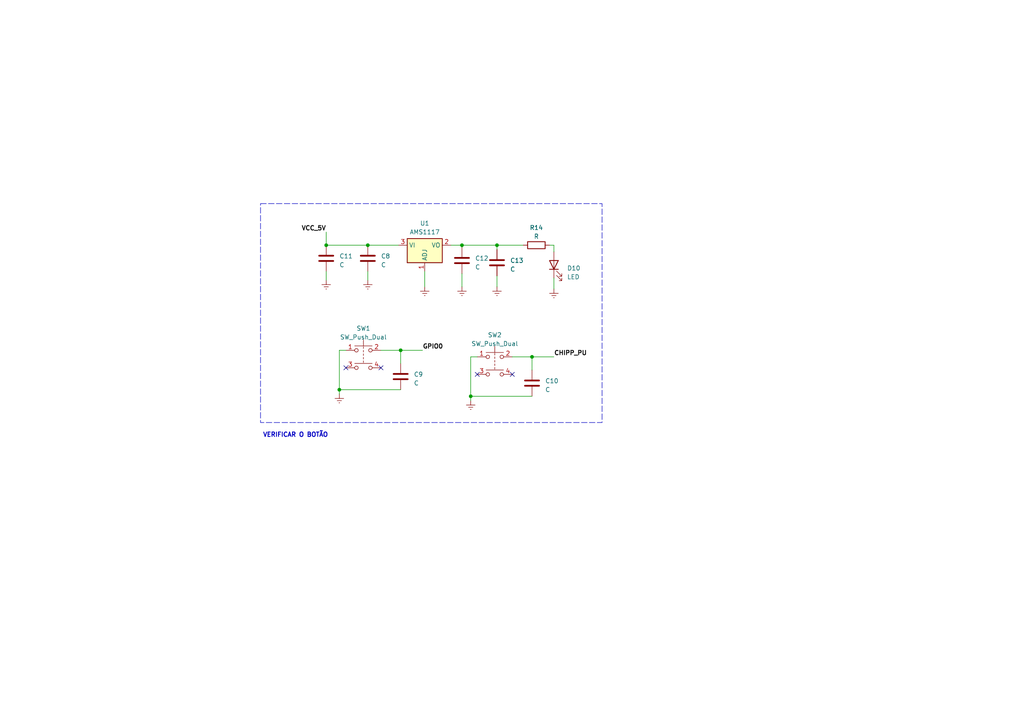
<source format=kicad_sch>
(kicad_sch (version 20230121) (generator eeschema)
  (paper "A4")
  (title_block (title "ICARUS-2 OBCH") (date "2024-03-03") (rev "POC 1.0") (comment 2 "ISRAEL RODRIGUES DUTRA") (comment 3 "ADRIANO CÉSAR PEREIRA") (comment 4 "WILLIAN BUENO SANTOS"))
  (lib_symbols
    (symbol "Device:C" (pin_numbers hide) (pin_names (offset 0.254))
      (property "Reference" "C" (at 0.635 2.54 0))
      (property "Value" "C" (at 0.635 -2.54 0))
      (symbol "C_0_1"
        (polyline (pts (xy -2.032 -0.762) (xy 2.032 -0.762)) (stroke (width 0.508)))
        (polyline (pts (xy -2.032 0.762) (xy 2.032 0.762)) (stroke (width 0.508)))
      )
      (symbol "C_1_1"
        (pin passive line (at 0 3.81 270) (length 2.794) (name "~") (number "1"))
        (pin passive line (at 0 -3.81 90) (length 2.794) (name "~") (number "2"))
      )
    )
    (symbol "Device:LED" (pin_numbers hide) (pin_names (offset 1.016) hide)
      (property "Reference" "D" (at 0 2.54 0))
      (property "Value" "LED" (at 0 -2.54 0))
      (symbol "LED_0_1"
        (polyline (pts (xy -1.27 -1.27) (xy -1.27 1.27)) (stroke (width 0.254)))
        (polyline (pts (xy -1.27 0) (xy 1.27 0)))
        (polyline (pts (xy 1.27 -1.27) (xy 1.27 1.27) (xy -1.27 0) (xy 1.27 -1.27)) (stroke (width 0.254)))
        (polyline (pts (xy -3.048 -0.762) (xy -4.572 -2.286) (xy -3.81 -2.286) (xy -4.572 -2.286) (xy -4.572 -1.524)))
        (polyline (pts (xy -1.778 -0.762) (xy -3.302 -2.286) (xy -2.54 -2.286) (xy -3.302 -2.286) (xy -3.302 -1.524)))
      )
      (symbol "LED_1_1"
        (pin passive line (at -3.81 0 0) (length 2.54) (name "K") (number "1"))
        (pin passive line (at 3.81 0 180) (length 2.54) (name "A") (number "2"))
      )
    )
    (symbol "Device:R" (pin_numbers hide) (pin_names (offset 0))
      (property "Reference" "R" (at 2.032 0 90))
      (property "Value" "R" (at 0 0 90))
      (symbol "R_0_1"
        (rectangle (start -1.016 -2.54) (end 1.016 2.54) (stroke (width 0.254)))
      )
      (symbol "R_1_1"
        (pin passive line (at 0 3.81 270) (length 1.27) (name "~") (number "1"))
        (pin passive line (at 0 -3.81 90) (length 1.27) (name "~") (number "2"))
      )
    )
    (symbol "Regulator_Linear:AMS1117"
      (property "Reference" "U" (at -3.81 3.175 0))
      (property "Value" "AMS1117" (at 0 3.175 0))
      (symbol "AMS1117_0_1"
        (rectangle (start -5.08 -5.08) (end 5.08 1.905) (stroke (width 0.254)) (fill (type background)))
      )
      (symbol "AMS1117_1_1"
        (pin input line (at 0 -7.62 90) (length 2.54) (name "ADJ") (number "1"))
        (pin power_out line (at 7.62 0 180) (length 2.54) (name "VO") (number "2"))
        (pin power_in line (at -7.62 0 0) (length 2.54) (name "VI") (number "3"))
      )
    )
    (symbol "Switch:SW_Push_Dual" (pin_names (offset 1.016) hide)
      (property "Reference" "SW" (at 1.27 2.54 0))
      (property "Value" "SW_Push_Dual" (at 0 -6.858 0))
      (symbol "SW_Push_Dual_0_1"
        (circle (center -2.032 -5.08) (radius 0.508))
        (circle (center -2.032 0) (radius 0.508))
        (polyline (pts (xy 0 -3.048) (xy 0 -3.556)))
        (polyline (pts (xy 0 -2.032) (xy 0 -2.54)))
        (polyline (pts (xy 0 -1.524) (xy 0 -1.016)))
        (polyline (pts (xy 0 -0.508) (xy 0 0)))
        (polyline (pts (xy 0 0.508) (xy 0 1.016)))
        (polyline (pts (xy 0 1.27) (xy 0 3.048)))
        (polyline (pts (xy 2.54 -3.81) (xy -2.54 -3.81)))
        (polyline (pts (xy 2.54 1.27) (xy -2.54 1.27)))
        (circle (center 2.032 -5.08) (radius 0.508))
        (circle (center 2.032 0) (radius 0.508))
        (pin passive line (at -5.08 0 0) (length 2.54) (name "1") (number "1"))
        (pin passive line (at 5.08 0 180) (length 2.54) (name "2") (number "2"))
        (pin passive line (at -5.08 -5.08 0) (length 2.54) (name "3") (number "3"))
        (pin passive line (at 5.08 -5.08 180) (length 2.54) (name "4") (number "4"))
      )
    )
    (symbol "power:Earth" (power) (pin_names (offset 0))
      (symbol "Earth_0_1"
        (polyline (pts (xy -0.635 -1.905) (xy 0.635 -1.905)))
        (polyline (pts (xy -0.127 -2.54) (xy 0.127 -2.54)))
        (polyline (pts (xy 0 -1.27) (xy 0 0)))
        (polyline (pts (xy 1.27 -1.27) (xy -1.27 -1.27)))
      )
      (symbol "Earth_1_1"
        (pin power_in line (at 0 0 270) (length 0) hide (name "Earth") (number "1"))
      )
    )
  )
  (junction (at 116.205 101.6))
  (junction (at 136.525 114.935))
  (junction (at 94.615 71.12))
  (junction (at 154.305 103.505))
  (junction (at 133.985 71.12))
  (junction (at 106.68 71.12))
  (junction (at 98.425 113.03))
  (junction (at 144.145 71.12))
  (no_connect (at 110.49 106.68))
  (no_connect (at 138.43 108.585))
  (no_connect (at 100.33 106.68))
  (no_connect (at 148.59 108.585))
  (wire (pts (xy 154.305 103.505) (xy 154.305 107.315)))
  (wire (pts (xy 110.49 101.6) (xy 116.205 101.6)))
  (wire (pts (xy 94.615 81.28) (xy 94.615 78.74)))
  (wire (pts (xy 154.305 103.505) (xy 160.655 103.505)))
  (wire (pts (xy 144.145 71.12) (xy 144.145 72.39)))
  (wire (pts (xy 148.59 103.505) (xy 154.305 103.505)))
  (wire (pts (xy 123.19 83.185) (xy 123.19 78.74)))
  (wire (pts (xy 94.615 67.31) (xy 94.615 71.12)))
  (wire (pts (xy 151.765 71.12) (xy 144.145 71.12)))
  (wire (pts (xy 160.655 80.645) (xy 160.655 83.82)))
  (wire (pts (xy 116.205 101.6) (xy 116.205 105.41)))
  (wire (pts (xy 136.525 103.505) (xy 136.525 114.935)))
  (wire (pts (xy 116.205 101.6) (xy 122.555 101.6)))
  (wire (pts (xy 144.145 71.12) (xy 133.985 71.12)))
  (wire (pts (xy 133.985 71.12) (xy 133.985 71.755)))
  (wire (pts (xy 106.68 71.12) (xy 115.57 71.12)))
  (wire (pts (xy 159.385 71.12) (xy 160.655 71.12)))
  (wire (pts (xy 98.425 114.3) (xy 98.425 113.03)))
  (wire (pts (xy 100.33 101.6) (xy 98.425 101.6)))
  (wire (pts (xy 116.205 113.03) (xy 98.425 113.03)))
  (wire (pts (xy 138.43 103.505) (xy 136.525 103.505)))
  (wire (pts (xy 98.425 101.6) (xy 98.425 113.03)))
  (wire (pts (xy 160.655 71.12) (xy 160.655 73.025)))
  (wire (pts (xy 130.81 71.12) (xy 133.985 71.12)))
  (wire (pts (xy 136.525 116.205) (xy 136.525 114.935)))
  (wire (pts (xy 133.985 83.185) (xy 133.985 79.375)))
  (wire (pts (xy 94.615 71.12) (xy 106.68 71.12)))
  (wire (pts (xy 154.305 114.935) (xy 136.525 114.935)))
  (wire (pts (xy 106.68 81.28) (xy 106.68 78.74)))
  (wire (pts (xy 144.145 83.185) (xy 144.145 80.01)))
  (rectangle (start 75.565 59.055) (end 174.625 122.555) (stroke (width 0) (type dash)))
  (text "VERIFICAR O BOTÃO " (at 76.2 127 0) (effects (font (size 1.27 1.27) bold) (justify left bottom)))
  (label "VCC_5V" (at 94.615 67.31 180) (effects (font bold)))
  (label "GPIO0" (at 122.555 101.6 0) (effects (font bold)))
  (label "CHIPP_PU" (at 160.655 103.505 0) (effects (font bold)))
  (symbol (lib_id "power:Earth") (at 94.615 81.28 0) (unit 1)
    (property "Reference" "#PWR020" (effects hide))
    (property "Value" "Earth" (effects hide))
  )
  (symbol (lib_id "Device:C") (at 116.205 109.22 0) (unit 1)
    (property "Reference" "C9" (at 120.015 108.585 0) (effects (justify left)))
    (property "Value" "C" (at 120.015 111.125 0) (effects (justify left)))
  )
  (symbol (lib_id "power:Earth") (at 160.655 83.82 0) (unit 1)
    (property "Reference" "#PWR025" (effects hide))
    (property "Value" "Earth" (effects hide))
  )
  (symbol (lib_id "power:Earth") (at 136.525 116.205 0) (unit 1)
    (property "Reference" "#PWR019" (effects hide))
    (property "Value" "Earth" (effects hide))
  )
  (symbol (lib_id "Device:C") (at 133.985 75.565 0) (unit 1)
    (property "Reference" "C12" (at 137.795 74.93 0) (effects (justify left)))
    (property "Value" "C" (at 137.795 77.47 0) (effects (justify left)))
  )
  (symbol (lib_id "power:Earth") (at 144.145 83.185 0) (unit 1)
    (property "Reference" "#PWR024" (effects hide))
    (property "Value" "Earth" (effects hide))
  )
  (symbol (lib_id "Regulator_Linear:AMS1117") (at 123.19 71.12 0) (unit 1)
    (property "Reference" "U1" (at 123.19 64.77 0))
    (property "Value" "AMS1117" (at 123.19 67.31 0))
    (property "Footprint" "Package_TO_SOT_SMD:SOT-223-3_TabPin2" (effects hide))
    (property "Datasheet" "http://www.advanced-monolithic.com/pdf/ds1117.pdf" (effects hide))
  )
  (symbol (lib_id "Device:C") (at 106.68 74.93 0) (unit 1)
    (property "Reference" "C8" (at 110.49 74.295 0) (effects (justify left)))
    (property "Value" "C" (at 110.49 76.835 0) (effects (justify left)))
  )
  (symbol (lib_id "Device:C") (at 154.305 111.125 0) (unit 1)
    (property "Reference" "C10" (at 158.115 110.49 0) (effects (justify left)))
    (property "Value" "C" (at 158.115 113.03 0) (effects (justify left)))
  )
  (symbol (lib_id "Device:LED") (at 160.655 76.835 90) (unit 1)
    (property "Reference" "D10" (at 164.465 77.7875 90) (effects (justify right)))
    (property "Value" "LED" (at 164.465 80.3275 90) (effects (justify right)))
  )
  (symbol (lib_id "power:Earth") (at 98.425 114.3 0) (unit 1)
    (property "Reference" "#PWR018" (effects hide))
    (property "Value" "Earth" (effects hide))
  )
  (symbol (lib_id "Switch:SW_Push_Dual") (at 105.41 101.6 0) (unit 1)
    (property "Reference" "SW1" (at 105.41 95.25 0))
    (property "Value" "SW_Push_Dual" (at 105.41 97.79 0))
  )
  (symbol (lib_id "Device:C") (at 94.615 74.93 0) (unit 1)
    (property "Reference" "C11" (at 98.425 74.295 0) (effects (justify left)))
    (property "Value" "C" (at 98.425 76.835 0) (effects (justify left)))
  )
  (symbol (lib_id "power:Earth") (at 106.68 81.28 0) (unit 1)
    (property "Reference" "#PWR021" (effects hide))
    (property "Value" "Earth" (effects hide))
  )
  (symbol (lib_id "Device:C") (at 144.145 76.2 0) (unit 1)
    (property "Reference" "C13" (at 147.955 75.565 0) (effects (justify left)))
    (property "Value" "C" (at 147.955 78.105 0) (effects (justify left)))
  )
  (symbol (lib_id "Switch:SW_Push_Dual") (at 143.51 103.505 0) (unit 1)
    (property "Reference" "SW2" (at 143.51 97.155 0))
    (property "Value" "SW_Push_Dual" (at 143.51 99.695 0))
  )
  (symbol (lib_id "power:Earth") (at 123.19 83.185 0) (unit 1)
    (property "Reference" "#PWR022" (effects hide))
    (property "Value" "Earth" (effects hide))
  )
  (symbol (lib_id "power:Earth") (at 133.985 83.185 0) (unit 1)
    (property "Reference" "#PWR023" (effects hide))
    (property "Value" "Earth" (effects hide))
  )
  (symbol (lib_id "Device:R") (at 155.575 71.12 90) (unit 1)
    (property "Reference" "R14" (at 155.575 66.04 90))
    (property "Value" "R" (at 155.575 68.58 90))
  )
)
</source>
